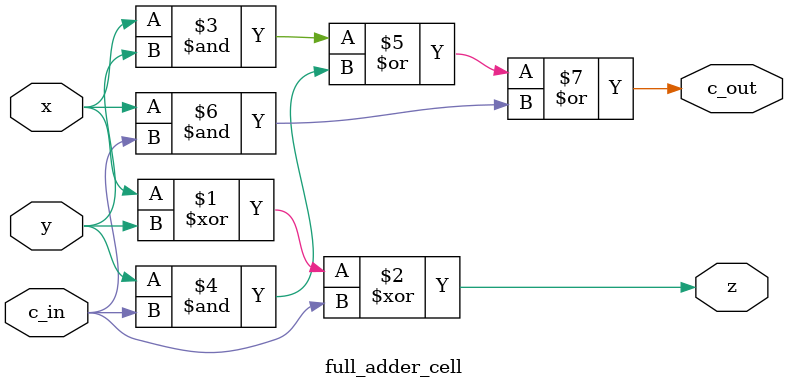
<source format=v>
module full_adder_cell (x, y, c_in, z, c_out);
  input x;
  wire x;
  input y;
  wire y;
  input c_in;
  wire c_in;
  output z;
  wire z;
  output c_out;
  wire c_out;
  
  assign z = x ^ y ^ c_in;
  assign c_out = (x & y) | (y & c_in) | (x & c_in);
  
endmodule
</source>
